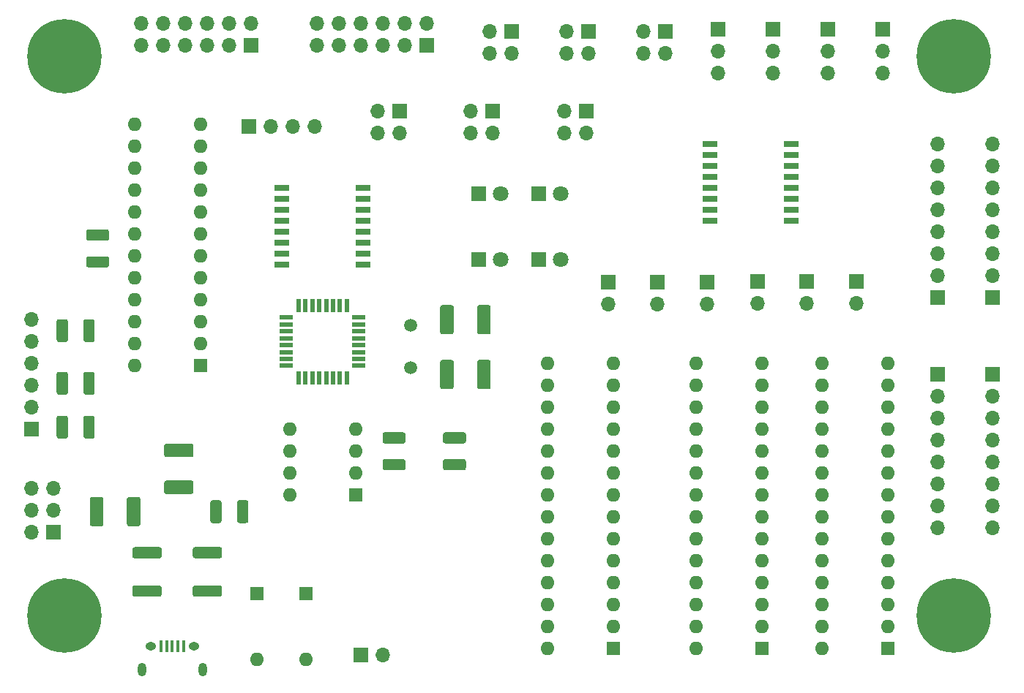
<source format=gbr>
%TF.GenerationSoftware,KiCad,Pcbnew,(5.1.8)-1*%
%TF.CreationDate,2021-01-20T16:15:24-05:00*%
%TF.ProjectId,Switch_Panel,53776974-6368-45f5-9061-6e656c2e6b69,rev?*%
%TF.SameCoordinates,Original*%
%TF.FileFunction,Soldermask,Top*%
%TF.FilePolarity,Negative*%
%FSLAX46Y46*%
G04 Gerber Fmt 4.6, Leading zero omitted, Abs format (unit mm)*
G04 Created by KiCad (PCBNEW (5.1.8)-1) date 2021-01-20 16:15:24*
%MOMM*%
%LPD*%
G01*
G04 APERTURE LIST*
%ADD10R,1.600000X1.600000*%
%ADD11O,1.600000X1.600000*%
%ADD12R,1.700000X0.700000*%
%ADD13C,8.600000*%
%ADD14C,0.900000*%
%ADD15R,0.400000X1.350000*%
%ADD16O,1.250000X0.950000*%
%ADD17O,1.000000X1.550000*%
%ADD18R,1.700000X1.700000*%
%ADD19O,1.700000X1.700000*%
%ADD20R,0.550000X1.500000*%
%ADD21R,1.500000X0.550000*%
%ADD22C,1.500000*%
%ADD23C,1.800000*%
%ADD24R,1.800000X1.800000*%
G04 APERTURE END LIST*
D10*
%TO.C,U6*%
X100330000Y-90170000D03*
D11*
X92710000Y-57150000D03*
X100330000Y-87630000D03*
X92710000Y-59690000D03*
X100330000Y-85090000D03*
X92710000Y-62230000D03*
X100330000Y-82550000D03*
X92710000Y-64770000D03*
X100330000Y-80010000D03*
X92710000Y-67310000D03*
X100330000Y-77470000D03*
X92710000Y-69850000D03*
X100330000Y-74930000D03*
X92710000Y-72390000D03*
X100330000Y-72390000D03*
X92710000Y-74930000D03*
X100330000Y-69850000D03*
X92710000Y-77470000D03*
X100330000Y-67310000D03*
X92710000Y-80010000D03*
X100330000Y-64770000D03*
X92710000Y-82550000D03*
X100330000Y-62230000D03*
X92710000Y-85090000D03*
X100330000Y-59690000D03*
X92710000Y-87630000D03*
X100330000Y-57150000D03*
X92710000Y-90170000D03*
%TD*%
%TO.C,U5*%
X109855000Y-90170000D03*
X117475000Y-57150000D03*
X109855000Y-87630000D03*
X117475000Y-59690000D03*
X109855000Y-85090000D03*
X117475000Y-62230000D03*
X109855000Y-82550000D03*
X117475000Y-64770000D03*
X109855000Y-80010000D03*
X117475000Y-67310000D03*
X109855000Y-77470000D03*
X117475000Y-69850000D03*
X109855000Y-74930000D03*
X117475000Y-72390000D03*
X109855000Y-72390000D03*
X117475000Y-74930000D03*
X109855000Y-69850000D03*
X117475000Y-77470000D03*
X109855000Y-67310000D03*
X117475000Y-80010000D03*
X109855000Y-64770000D03*
X117475000Y-82550000D03*
X109855000Y-62230000D03*
X117475000Y-85090000D03*
X109855000Y-59690000D03*
X117475000Y-87630000D03*
X109855000Y-57150000D03*
D10*
X117475000Y-90170000D03*
%TD*%
D12*
%TO.C,RN2*%
X71365000Y-40640000D03*
X71365000Y-39370000D03*
X71365000Y-38100000D03*
X71365000Y-36830000D03*
X71365000Y-41910000D03*
X71365000Y-43180000D03*
X71365000Y-44450000D03*
X71365000Y-45720000D03*
X61985000Y-40640000D03*
X61985000Y-41910000D03*
X61985000Y-39370000D03*
X61985000Y-38100000D03*
X61985000Y-36830000D03*
X61985000Y-43180000D03*
X61985000Y-44450000D03*
X61985000Y-45720000D03*
%TD*%
D11*
%TO.C,D2*%
X64770000Y-91440000D03*
D10*
X64770000Y-83820000D03*
%TD*%
%TO.C,R4*%
G36*
G01*
X44904999Y-78405000D02*
X47805001Y-78405000D01*
G75*
G02*
X48055000Y-78654999I0J-249999D01*
G01*
X48055000Y-79455001D01*
G75*
G02*
X47805001Y-79705000I-249999J0D01*
G01*
X44904999Y-79705000D01*
G75*
G02*
X44655000Y-79455001I0J249999D01*
G01*
X44655000Y-78654999D01*
G75*
G02*
X44904999Y-78405000I249999J0D01*
G01*
G37*
G36*
G01*
X44904999Y-82855000D02*
X47805001Y-82855000D01*
G75*
G02*
X48055000Y-83104999I0J-249999D01*
G01*
X48055000Y-83905001D01*
G75*
G02*
X47805001Y-84155000I-249999J0D01*
G01*
X44904999Y-84155000D01*
G75*
G02*
X44655000Y-83905001I0J249999D01*
G01*
X44655000Y-83104999D01*
G75*
G02*
X44904999Y-82855000I249999J0D01*
G01*
G37*
%TD*%
D13*
%TO.C,REF\u002A\u002A*%
X139700000Y-21590000D03*
D14*
X142925000Y-21590000D03*
X141980419Y-23870419D03*
X139700000Y-24815000D03*
X137419581Y-23870419D03*
X136475000Y-21590000D03*
X137419581Y-19309581D03*
X139700000Y-18365000D03*
X141980419Y-19309581D03*
%TD*%
%TO.C,REF\u002A\u002A*%
X141980419Y-84079581D03*
X139700000Y-83135000D03*
X137419581Y-84079581D03*
X136475000Y-86360000D03*
X137419581Y-88640419D03*
X139700000Y-89585000D03*
X141980419Y-88640419D03*
X142925000Y-86360000D03*
D13*
X139700000Y-86360000D03*
%TD*%
%TO.C,REF\u002A\u002A*%
X36830000Y-86360000D03*
D14*
X40055000Y-86360000D03*
X39110419Y-88640419D03*
X36830000Y-89585000D03*
X34549581Y-88640419D03*
X33605000Y-86360000D03*
X34549581Y-84079581D03*
X36830000Y-83135000D03*
X39110419Y-84079581D03*
%TD*%
D13*
%TO.C,REF\u002A\u002A*%
X36830000Y-21590000D03*
D14*
X40055000Y-21590000D03*
X39110419Y-23870419D03*
X36830000Y-24815000D03*
X34549581Y-23870419D03*
X33605000Y-21590000D03*
X34549581Y-19309581D03*
X36830000Y-18365000D03*
X39110419Y-19309581D03*
%TD*%
%TO.C,C1*%
G36*
G01*
X84535000Y-59870002D02*
X84535000Y-56969998D01*
G75*
G02*
X84784998Y-56720000I249998J0D01*
G01*
X85860002Y-56720000D01*
G75*
G02*
X86110000Y-56969998I0J-249998D01*
G01*
X86110000Y-59870002D01*
G75*
G02*
X85860002Y-60120000I-249998J0D01*
G01*
X84784998Y-60120000D01*
G75*
G02*
X84535000Y-59870002I0J249998D01*
G01*
G37*
G36*
G01*
X80260000Y-59870002D02*
X80260000Y-56969998D01*
G75*
G02*
X80509998Y-56720000I249998J0D01*
G01*
X81585002Y-56720000D01*
G75*
G02*
X81835000Y-56969998I0J-249998D01*
G01*
X81835000Y-59870002D01*
G75*
G02*
X81585002Y-60120000I-249998J0D01*
G01*
X80509998Y-60120000D01*
G75*
G02*
X80260000Y-59870002I0J249998D01*
G01*
G37*
%TD*%
%TO.C,C2*%
G36*
G01*
X80260000Y-53520002D02*
X80260000Y-50619998D01*
G75*
G02*
X80509998Y-50370000I249998J0D01*
G01*
X81585002Y-50370000D01*
G75*
G02*
X81835000Y-50619998I0J-249998D01*
G01*
X81835000Y-53520002D01*
G75*
G02*
X81585002Y-53770000I-249998J0D01*
G01*
X80509998Y-53770000D01*
G75*
G02*
X80260000Y-53520002I0J249998D01*
G01*
G37*
G36*
G01*
X84535000Y-53520002D02*
X84535000Y-50619998D01*
G75*
G02*
X84784998Y-50370000I249998J0D01*
G01*
X85860002Y-50370000D01*
G75*
G02*
X86110000Y-50619998I0J-249998D01*
G01*
X86110000Y-53520002D01*
G75*
G02*
X85860002Y-53770000I-249998J0D01*
G01*
X84784998Y-53770000D01*
G75*
G02*
X84535000Y-53520002I0J249998D01*
G01*
G37*
%TD*%
%TO.C,C3*%
G36*
G01*
X48587998Y-70692000D02*
X51488002Y-70692000D01*
G75*
G02*
X51738000Y-70941998I0J-249998D01*
G01*
X51738000Y-72017002D01*
G75*
G02*
X51488002Y-72267000I-249998J0D01*
G01*
X48587998Y-72267000D01*
G75*
G02*
X48338000Y-72017002I0J249998D01*
G01*
X48338000Y-70941998D01*
G75*
G02*
X48587998Y-70692000I249998J0D01*
G01*
G37*
G36*
G01*
X48587998Y-66417000D02*
X51488002Y-66417000D01*
G75*
G02*
X51738000Y-66666998I0J-249998D01*
G01*
X51738000Y-67742002D01*
G75*
G02*
X51488002Y-67992000I-249998J0D01*
G01*
X48587998Y-67992000D01*
G75*
G02*
X48338000Y-67742002I0J249998D01*
G01*
X48338000Y-66666998D01*
G75*
G02*
X48587998Y-66417000I249998J0D01*
G01*
G37*
%TD*%
%TO.C,C4*%
G36*
G01*
X39747000Y-75745002D02*
X39747000Y-72844998D01*
G75*
G02*
X39996998Y-72595000I249998J0D01*
G01*
X41072002Y-72595000D01*
G75*
G02*
X41322000Y-72844998I0J-249998D01*
G01*
X41322000Y-75745002D01*
G75*
G02*
X41072002Y-75995000I-249998J0D01*
G01*
X39996998Y-75995000D01*
G75*
G02*
X39747000Y-75745002I0J249998D01*
G01*
G37*
G36*
G01*
X44022000Y-75745002D02*
X44022000Y-72844998D01*
G75*
G02*
X44271998Y-72595000I249998J0D01*
G01*
X45347002Y-72595000D01*
G75*
G02*
X45597000Y-72844998I0J-249998D01*
G01*
X45597000Y-75745002D01*
G75*
G02*
X45347002Y-75995000I-249998J0D01*
G01*
X44271998Y-75995000D01*
G75*
G02*
X44022000Y-75745002I0J249998D01*
G01*
G37*
%TD*%
D15*
%TO.C,J1*%
X49276000Y-89916000D03*
X49926000Y-89916000D03*
X50576000Y-89916000D03*
X48626000Y-89916000D03*
X47976000Y-89916000D03*
D16*
X51776000Y-89916000D03*
X46776000Y-89916000D03*
D17*
X45776000Y-92616000D03*
X52776000Y-92616000D03*
%TD*%
D18*
%TO.C,J2*%
X71120000Y-90932000D03*
D19*
X73660000Y-90932000D03*
%TD*%
D18*
%TO.C,J3*%
X35560000Y-76708000D03*
D19*
X33020000Y-76708000D03*
X35560000Y-74168000D03*
X33020000Y-74168000D03*
X35560000Y-71628000D03*
X33020000Y-71628000D03*
%TD*%
D18*
%TO.C,J4*%
X33020000Y-64770000D03*
D19*
X33020000Y-62230000D03*
X33020000Y-59690000D03*
X33020000Y-57150000D03*
X33020000Y-54610000D03*
X33020000Y-52070000D03*
%TD*%
D18*
%TO.C,J7*%
X137795000Y-49530000D03*
D19*
X137795000Y-46990000D03*
X137795000Y-44450000D03*
X137795000Y-41910000D03*
X137795000Y-39370000D03*
X137795000Y-36830000D03*
X137795000Y-34290000D03*
X137795000Y-31750000D03*
%TD*%
%TO.C,J8*%
X144145000Y-76200000D03*
X144145000Y-73660000D03*
X144145000Y-71120000D03*
X144145000Y-68580000D03*
X144145000Y-66040000D03*
X144145000Y-63500000D03*
X144145000Y-60960000D03*
D18*
X144145000Y-58420000D03*
%TD*%
%TO.C,R1*%
G36*
G01*
X37200000Y-52264999D02*
X37200000Y-54415001D01*
G75*
G02*
X36950001Y-54665000I-249999J0D01*
G01*
X36149999Y-54665000D01*
G75*
G02*
X35900000Y-54415001I0J249999D01*
G01*
X35900000Y-52264999D01*
G75*
G02*
X36149999Y-52015000I249999J0D01*
G01*
X36950001Y-52015000D01*
G75*
G02*
X37200000Y-52264999I0J-249999D01*
G01*
G37*
G36*
G01*
X40300000Y-52264999D02*
X40300000Y-54415001D01*
G75*
G02*
X40050001Y-54665000I-249999J0D01*
G01*
X39249999Y-54665000D01*
G75*
G02*
X39000000Y-54415001I0J249999D01*
G01*
X39000000Y-52264999D01*
G75*
G02*
X39249999Y-52015000I249999J0D01*
G01*
X40050001Y-52015000D01*
G75*
G02*
X40300000Y-52264999I0J-249999D01*
G01*
G37*
%TD*%
%TO.C,R3*%
G36*
G01*
X51889999Y-78405000D02*
X54790001Y-78405000D01*
G75*
G02*
X55040000Y-78654999I0J-249999D01*
G01*
X55040000Y-79455001D01*
G75*
G02*
X54790001Y-79705000I-249999J0D01*
G01*
X51889999Y-79705000D01*
G75*
G02*
X51640000Y-79455001I0J249999D01*
G01*
X51640000Y-78654999D01*
G75*
G02*
X51889999Y-78405000I249999J0D01*
G01*
G37*
G36*
G01*
X51889999Y-82855000D02*
X54790001Y-82855000D01*
G75*
G02*
X55040000Y-83104999I0J-249999D01*
G01*
X55040000Y-83905001D01*
G75*
G02*
X54790001Y-84155000I-249999J0D01*
G01*
X51889999Y-84155000D01*
G75*
G02*
X51640000Y-83905001I0J249999D01*
G01*
X51640000Y-83104999D01*
G75*
G02*
X51889999Y-82855000I249999J0D01*
G01*
G37*
%TD*%
%TO.C,R5*%
G36*
G01*
X35900000Y-65591001D02*
X35900000Y-63440999D01*
G75*
G02*
X36149999Y-63191000I249999J0D01*
G01*
X36950001Y-63191000D01*
G75*
G02*
X37200000Y-63440999I0J-249999D01*
G01*
X37200000Y-65591001D01*
G75*
G02*
X36950001Y-65841000I-249999J0D01*
G01*
X36149999Y-65841000D01*
G75*
G02*
X35900000Y-65591001I0J249999D01*
G01*
G37*
G36*
G01*
X39000000Y-65591001D02*
X39000000Y-63440999D01*
G75*
G02*
X39249999Y-63191000I249999J0D01*
G01*
X40050001Y-63191000D01*
G75*
G02*
X40300000Y-63440999I0J-249999D01*
G01*
X40300000Y-65591001D01*
G75*
G02*
X40050001Y-65841000I-249999J0D01*
G01*
X39249999Y-65841000D01*
G75*
G02*
X39000000Y-65591001I0J249999D01*
G01*
G37*
%TD*%
%TO.C,R6*%
G36*
G01*
X39000000Y-60511001D02*
X39000000Y-58360999D01*
G75*
G02*
X39249999Y-58111000I249999J0D01*
G01*
X40050001Y-58111000D01*
G75*
G02*
X40300000Y-58360999I0J-249999D01*
G01*
X40300000Y-60511001D01*
G75*
G02*
X40050001Y-60761000I-249999J0D01*
G01*
X39249999Y-60761000D01*
G75*
G02*
X39000000Y-60511001I0J249999D01*
G01*
G37*
G36*
G01*
X35900000Y-60511001D02*
X35900000Y-58360999D01*
G75*
G02*
X36149999Y-58111000I249999J0D01*
G01*
X36950001Y-58111000D01*
G75*
G02*
X37200000Y-58360999I0J-249999D01*
G01*
X37200000Y-60511001D01*
G75*
G02*
X36950001Y-60761000I-249999J0D01*
G01*
X36149999Y-60761000D01*
G75*
G02*
X35900000Y-60511001I0J249999D01*
G01*
G37*
%TD*%
%TO.C,R7*%
G36*
G01*
X82990001Y-66410000D02*
X80839999Y-66410000D01*
G75*
G02*
X80590000Y-66160001I0J249999D01*
G01*
X80590000Y-65359999D01*
G75*
G02*
X80839999Y-65110000I249999J0D01*
G01*
X82990001Y-65110000D01*
G75*
G02*
X83240000Y-65359999I0J-249999D01*
G01*
X83240000Y-66160001D01*
G75*
G02*
X82990001Y-66410000I-249999J0D01*
G01*
G37*
G36*
G01*
X82990001Y-69510000D02*
X80839999Y-69510000D01*
G75*
G02*
X80590000Y-69260001I0J249999D01*
G01*
X80590000Y-68459999D01*
G75*
G02*
X80839999Y-68210000I249999J0D01*
G01*
X82990001Y-68210000D01*
G75*
G02*
X83240000Y-68459999I0J-249999D01*
G01*
X83240000Y-69260001D01*
G75*
G02*
X82990001Y-69510000I-249999J0D01*
G01*
G37*
%TD*%
%TO.C,R8*%
G36*
G01*
X76005001Y-69510000D02*
X73854999Y-69510000D01*
G75*
G02*
X73605000Y-69260001I0J249999D01*
G01*
X73605000Y-68459999D01*
G75*
G02*
X73854999Y-68210000I249999J0D01*
G01*
X76005001Y-68210000D01*
G75*
G02*
X76255000Y-68459999I0J-249999D01*
G01*
X76255000Y-69260001D01*
G75*
G02*
X76005001Y-69510000I-249999J0D01*
G01*
G37*
G36*
G01*
X76005001Y-66410000D02*
X73854999Y-66410000D01*
G75*
G02*
X73605000Y-66160001I0J249999D01*
G01*
X73605000Y-65359999D01*
G75*
G02*
X73854999Y-65110000I249999J0D01*
G01*
X76005001Y-65110000D01*
G75*
G02*
X76255000Y-65359999I0J-249999D01*
G01*
X76255000Y-66160001D01*
G75*
G02*
X76005001Y-66410000I-249999J0D01*
G01*
G37*
%TD*%
%TO.C,R9*%
G36*
G01*
X39564999Y-41615000D02*
X41715001Y-41615000D01*
G75*
G02*
X41965000Y-41864999I0J-249999D01*
G01*
X41965000Y-42665001D01*
G75*
G02*
X41715001Y-42915000I-249999J0D01*
G01*
X39564999Y-42915000D01*
G75*
G02*
X39315000Y-42665001I0J249999D01*
G01*
X39315000Y-41864999D01*
G75*
G02*
X39564999Y-41615000I249999J0D01*
G01*
G37*
G36*
G01*
X39564999Y-44715000D02*
X41715001Y-44715000D01*
G75*
G02*
X41965000Y-44964999I0J-249999D01*
G01*
X41965000Y-45765001D01*
G75*
G02*
X41715001Y-46015000I-249999J0D01*
G01*
X39564999Y-46015000D01*
G75*
G02*
X39315000Y-45765001I0J249999D01*
G01*
X39315000Y-44964999D01*
G75*
G02*
X39564999Y-44715000I249999J0D01*
G01*
G37*
%TD*%
%TO.C,SW4*%
X112395000Y-18415000D03*
D19*
X112395000Y-20955000D03*
X112395000Y-23495000D03*
%TD*%
D18*
%TO.C,SW5*%
X118745000Y-18415000D03*
D19*
X118745000Y-20955000D03*
X118745000Y-23495000D03*
%TD*%
D18*
%TO.C,SW6*%
X99695000Y-47752000D03*
D19*
X99695000Y-50292000D03*
%TD*%
D18*
%TO.C,SW7*%
X105410000Y-47752000D03*
D19*
X105410000Y-50292000D03*
%TD*%
D18*
%TO.C,SW8*%
X111125000Y-47752000D03*
D19*
X111125000Y-50292000D03*
%TD*%
%TO.C,SW9*%
X125095000Y-23495000D03*
X125095000Y-20955000D03*
D18*
X125095000Y-18415000D03*
%TD*%
D19*
%TO.C,SW10*%
X116967000Y-50165000D03*
D18*
X116967000Y-47625000D03*
%TD*%
%TO.C,SW11*%
X131445000Y-18415000D03*
D19*
X131445000Y-20955000D03*
X131445000Y-23495000D03*
%TD*%
%TO.C,SW12*%
X122682000Y-50165000D03*
D18*
X122682000Y-47625000D03*
%TD*%
D19*
%TO.C,SW13*%
X128397000Y-50165000D03*
D18*
X128397000Y-47625000D03*
%TD*%
D20*
%TO.C,U1*%
X69475000Y-50410000D03*
D21*
X70875000Y-57410000D03*
X70875000Y-56610000D03*
X70875000Y-55810000D03*
X70875000Y-55010000D03*
X70875000Y-54210000D03*
X70875000Y-53410000D03*
X70875000Y-52610000D03*
X70875000Y-51810000D03*
D20*
X68675000Y-50410000D03*
X67875000Y-50410000D03*
X67075000Y-50410000D03*
X66275000Y-50410000D03*
X65475000Y-50410000D03*
X64675000Y-50410000D03*
X63875000Y-50410000D03*
D21*
X62475000Y-51810000D03*
X62475000Y-52610000D03*
X62475000Y-53410000D03*
X62475000Y-54210000D03*
X62475000Y-55010000D03*
X62475000Y-55810000D03*
X62475000Y-56610000D03*
X62475000Y-57410000D03*
D20*
X63875000Y-58810000D03*
X64675000Y-58810000D03*
X65475000Y-58810000D03*
X66275000Y-58810000D03*
X67075000Y-58810000D03*
X67875000Y-58810000D03*
X68675000Y-58810000D03*
X69475000Y-58810000D03*
%TD*%
D10*
%TO.C,U2*%
X70485000Y-72390000D03*
D11*
X62865000Y-64770000D03*
X70485000Y-69850000D03*
X62865000Y-67310000D03*
X70485000Y-67310000D03*
X62865000Y-69850000D03*
X70485000Y-64770000D03*
X62865000Y-72390000D03*
%TD*%
D10*
%TO.C,U3*%
X52578000Y-57404000D03*
D11*
X44958000Y-29464000D03*
X52578000Y-54864000D03*
X44958000Y-32004000D03*
X52578000Y-52324000D03*
X44958000Y-34544000D03*
X52578000Y-49784000D03*
X44958000Y-37084000D03*
X52578000Y-47244000D03*
X44958000Y-39624000D03*
X52578000Y-44704000D03*
X44958000Y-42164000D03*
X52578000Y-42164000D03*
X44958000Y-44704000D03*
X52578000Y-39624000D03*
X44958000Y-47244000D03*
X52578000Y-37084000D03*
X44958000Y-49784000D03*
X52578000Y-34544000D03*
X44958000Y-52324000D03*
X52578000Y-32004000D03*
X44958000Y-54864000D03*
X52578000Y-29464000D03*
X44958000Y-57404000D03*
%TD*%
D10*
%TO.C,U4*%
X132080000Y-90170000D03*
D11*
X124460000Y-57150000D03*
X132080000Y-87630000D03*
X124460000Y-59690000D03*
X132080000Y-85090000D03*
X124460000Y-62230000D03*
X132080000Y-82550000D03*
X124460000Y-64770000D03*
X132080000Y-80010000D03*
X124460000Y-67310000D03*
X132080000Y-77470000D03*
X124460000Y-69850000D03*
X132080000Y-74930000D03*
X124460000Y-72390000D03*
X132080000Y-72390000D03*
X124460000Y-74930000D03*
X132080000Y-69850000D03*
X124460000Y-77470000D03*
X132080000Y-67310000D03*
X124460000Y-80010000D03*
X132080000Y-64770000D03*
X124460000Y-82550000D03*
X132080000Y-62230000D03*
X124460000Y-85090000D03*
X132080000Y-59690000D03*
X124460000Y-87630000D03*
X132080000Y-57150000D03*
X124460000Y-90170000D03*
%TD*%
D22*
%TO.C,Y1*%
X76835000Y-52705000D03*
X76835000Y-57585000D03*
%TD*%
D12*
%TO.C,RN1*%
X120895000Y-31750000D03*
X120895000Y-33020000D03*
X120895000Y-34290000D03*
X120895000Y-40640000D03*
X120895000Y-39370000D03*
X120895000Y-38100000D03*
X120895000Y-35560000D03*
X120895000Y-36830000D03*
X111515000Y-31750000D03*
X111515000Y-33020000D03*
X111515000Y-34290000D03*
X111515000Y-35560000D03*
X111515000Y-40640000D03*
X111515000Y-39370000D03*
X111515000Y-38100000D03*
X111515000Y-36830000D03*
%TD*%
D19*
%TO.C,SW1*%
X73025000Y-30480000D03*
X75565000Y-30480000D03*
X73025000Y-27940000D03*
D18*
X75565000Y-27940000D03*
%TD*%
D19*
%TO.C,SW2*%
X83820000Y-30480000D03*
X86360000Y-30480000D03*
X83820000Y-27940000D03*
D18*
X86360000Y-27940000D03*
%TD*%
D19*
%TO.C,SW3*%
X94615000Y-30480000D03*
X97155000Y-30480000D03*
X94615000Y-27940000D03*
D18*
X97155000Y-27940000D03*
%TD*%
%TO.C,SW14*%
X88519000Y-18669000D03*
D19*
X85979000Y-18669000D03*
X88519000Y-21209000D03*
X85979000Y-21209000D03*
%TD*%
D18*
%TO.C,SW15*%
X97409000Y-18669000D03*
D19*
X94869000Y-18669000D03*
X97409000Y-21209000D03*
X94869000Y-21209000D03*
%TD*%
D18*
%TO.C,SW16*%
X106299000Y-18669000D03*
D19*
X103759000Y-18669000D03*
X106299000Y-21209000D03*
X103759000Y-21209000D03*
%TD*%
D10*
%TO.C,D1*%
X59055000Y-83820000D03*
D11*
X59055000Y-91440000D03*
%TD*%
D23*
%TO.C,D3*%
X94234000Y-45085000D03*
D24*
X91694000Y-45085000D03*
%TD*%
%TO.C,D4*%
X84709000Y-37465000D03*
D23*
X87249000Y-37465000D03*
%TD*%
D24*
%TO.C,D5*%
X84709000Y-45085000D03*
D23*
X87249000Y-45085000D03*
%TD*%
%TO.C,D6*%
X94234000Y-37465000D03*
D24*
X91694000Y-37465000D03*
%TD*%
D19*
%TO.C,J5*%
X66040000Y-17780000D03*
X66040000Y-20320000D03*
X68580000Y-17780000D03*
X68580000Y-20320000D03*
X71120000Y-17780000D03*
X71120000Y-20320000D03*
X73660000Y-17780000D03*
X73660000Y-20320000D03*
X76200000Y-17780000D03*
X76200000Y-20320000D03*
X78740000Y-17780000D03*
D18*
X78740000Y-20320000D03*
%TD*%
%TO.C,J6*%
X58420000Y-20320000D03*
D19*
X58420000Y-17780000D03*
X55880000Y-20320000D03*
X55880000Y-17780000D03*
X53340000Y-20320000D03*
X53340000Y-17780000D03*
X50800000Y-20320000D03*
X50800000Y-17780000D03*
X48260000Y-20320000D03*
X48260000Y-17780000D03*
X45720000Y-20320000D03*
X45720000Y-17780000D03*
%TD*%
%TO.C,J9*%
X144145000Y-31750000D03*
X144145000Y-34290000D03*
X144145000Y-36830000D03*
X144145000Y-39370000D03*
X144145000Y-41910000D03*
X144145000Y-44450000D03*
X144145000Y-46990000D03*
D18*
X144145000Y-49530000D03*
%TD*%
%TO.C,J10*%
X137795000Y-58420000D03*
D19*
X137795000Y-60960000D03*
X137795000Y-63500000D03*
X137795000Y-66040000D03*
X137795000Y-68580000D03*
X137795000Y-71120000D03*
X137795000Y-73660000D03*
X137795000Y-76200000D03*
%TD*%
D18*
%TO.C,J11*%
X58166000Y-29718000D03*
D19*
X60706000Y-29718000D03*
X63246000Y-29718000D03*
X65786000Y-29718000D03*
%TD*%
%TO.C,R2*%
G36*
G01*
X58080000Y-73219999D02*
X58080000Y-75370001D01*
G75*
G02*
X57830001Y-75620000I-249999J0D01*
G01*
X57029999Y-75620000D01*
G75*
G02*
X56780000Y-75370001I0J249999D01*
G01*
X56780000Y-73219999D01*
G75*
G02*
X57029999Y-72970000I249999J0D01*
G01*
X57830001Y-72970000D01*
G75*
G02*
X58080000Y-73219999I0J-249999D01*
G01*
G37*
G36*
G01*
X54980000Y-73219999D02*
X54980000Y-75370001D01*
G75*
G02*
X54730001Y-75620000I-249999J0D01*
G01*
X53929999Y-75620000D01*
G75*
G02*
X53680000Y-75370001I0J249999D01*
G01*
X53680000Y-73219999D01*
G75*
G02*
X53929999Y-72970000I249999J0D01*
G01*
X54730001Y-72970000D01*
G75*
G02*
X54980000Y-73219999I0J-249999D01*
G01*
G37*
%TD*%
M02*

</source>
